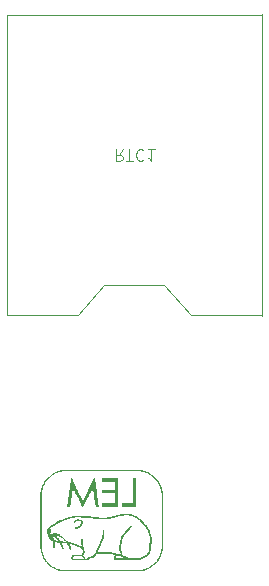
<source format=gbr>
%TF.GenerationSoftware,KiCad,Pcbnew,7.0.5-0*%
%TF.CreationDate,2023-07-06T10:59:35-04:00*%
%TF.ProjectId,Lemmingometre_v2,4c656d6d-696e-4676-9f6d-657472655f76,rev?*%
%TF.SameCoordinates,Original*%
%TF.FileFunction,Legend,Bot*%
%TF.FilePolarity,Positive*%
%FSLAX46Y46*%
G04 Gerber Fmt 4.6, Leading zero omitted, Abs format (unit mm)*
G04 Created by KiCad (PCBNEW 7.0.5-0) date 2023-07-06 10:59:35*
%MOMM*%
%LPD*%
G01*
G04 APERTURE LIST*
%ADD10C,0.100000*%
G04 APERTURE END LIST*
D10*
%TO.C,RTC1*%
X160602380Y-71767580D02*
X160269047Y-72243771D01*
X160030952Y-71767580D02*
X160030952Y-72767580D01*
X160030952Y-72767580D02*
X160411904Y-72767580D01*
X160411904Y-72767580D02*
X160507142Y-72719961D01*
X160507142Y-72719961D02*
X160554761Y-72672342D01*
X160554761Y-72672342D02*
X160602380Y-72577104D01*
X160602380Y-72577104D02*
X160602380Y-72434247D01*
X160602380Y-72434247D02*
X160554761Y-72339009D01*
X160554761Y-72339009D02*
X160507142Y-72291390D01*
X160507142Y-72291390D02*
X160411904Y-72243771D01*
X160411904Y-72243771D02*
X160030952Y-72243771D01*
X160888095Y-72767580D02*
X161459523Y-72767580D01*
X161173809Y-71767580D02*
X161173809Y-72767580D01*
X162364285Y-71862819D02*
X162316666Y-71815200D01*
X162316666Y-71815200D02*
X162173809Y-71767580D01*
X162173809Y-71767580D02*
X162078571Y-71767580D01*
X162078571Y-71767580D02*
X161935714Y-71815200D01*
X161935714Y-71815200D02*
X161840476Y-71910438D01*
X161840476Y-71910438D02*
X161792857Y-72005676D01*
X161792857Y-72005676D02*
X161745238Y-72196152D01*
X161745238Y-72196152D02*
X161745238Y-72339009D01*
X161745238Y-72339009D02*
X161792857Y-72529485D01*
X161792857Y-72529485D02*
X161840476Y-72624723D01*
X161840476Y-72624723D02*
X161935714Y-72719961D01*
X161935714Y-72719961D02*
X162078571Y-72767580D01*
X162078571Y-72767580D02*
X162173809Y-72767580D01*
X162173809Y-72767580D02*
X162316666Y-72719961D01*
X162316666Y-72719961D02*
X162364285Y-72672342D01*
X163316666Y-71767580D02*
X162745238Y-71767580D01*
X163030952Y-71767580D02*
X163030952Y-72767580D01*
X163030952Y-72767580D02*
X162935714Y-72624723D01*
X162935714Y-72624723D02*
X162840476Y-72529485D01*
X162840476Y-72529485D02*
X162745238Y-72481866D01*
%TO.C,G\u002A\u002A\u002A*%
G36*
X161737331Y-100835282D02*
G01*
X161737331Y-102030800D01*
X161144862Y-102030800D01*
X160552393Y-102030800D01*
X160552393Y-101895378D01*
X160552393Y-101759957D01*
X161003093Y-101759957D01*
X161453792Y-101759957D01*
X161453792Y-100699860D01*
X161453792Y-99639764D01*
X161595562Y-99639764D01*
X161737331Y-99639764D01*
X161737331Y-100835282D01*
G37*
G36*
X160226535Y-100835294D02*
G01*
X160226535Y-102030825D01*
X159535673Y-102029755D01*
X158844812Y-102028684D01*
X158844812Y-101891146D01*
X158844812Y-101753609D01*
X159393904Y-101752535D01*
X159942996Y-101751461D01*
X159942996Y-101313473D01*
X159942996Y-100875485D01*
X159392846Y-100875485D01*
X158842696Y-100875485D01*
X158842696Y-100740064D01*
X158842696Y-100604642D01*
X159392846Y-100604642D01*
X159942996Y-100604642D01*
X159942996Y-100261856D01*
X159942996Y-99919071D01*
X159388614Y-99919071D01*
X158834232Y-99919071D01*
X158834232Y-99779417D01*
X158834232Y-99639764D01*
X159530384Y-99639764D01*
X160226535Y-99639764D01*
X160226535Y-100835294D01*
G37*
G36*
X156883511Y-103099228D02*
G01*
X156940214Y-103105867D01*
X157001480Y-103116744D01*
X157025678Y-103122554D01*
X157070437Y-103138274D01*
X157110416Y-103159145D01*
X157144953Y-103184635D01*
X157173387Y-103214215D01*
X157195057Y-103247354D01*
X157209300Y-103283520D01*
X157212051Y-103294688D01*
X157217740Y-103335587D01*
X157218037Y-103380139D01*
X157213017Y-103426195D01*
X157202755Y-103471604D01*
X157202343Y-103473014D01*
X157191298Y-103504967D01*
X157176298Y-103540604D01*
X157158663Y-103577177D01*
X157139714Y-103611939D01*
X157120773Y-103642141D01*
X157092752Y-103680568D01*
X157046692Y-103733948D01*
X156996826Y-103780346D01*
X156942426Y-103820410D01*
X156882765Y-103854791D01*
X156858175Y-103866762D01*
X156823891Y-103881167D01*
X156789794Y-103892300D01*
X156752126Y-103901502D01*
X156751867Y-103901557D01*
X156727685Y-103905565D01*
X156700423Y-103908251D01*
X156671988Y-103909611D01*
X156644285Y-103909644D01*
X156619221Y-103908346D01*
X156598701Y-103905716D01*
X156584633Y-103901748D01*
X156571714Y-103894245D01*
X156555631Y-103878044D01*
X156545789Y-103858241D01*
X156542603Y-103836502D01*
X156546484Y-103814488D01*
X156557846Y-103793864D01*
X156560590Y-103790516D01*
X156569628Y-103781863D01*
X156580340Y-103775989D01*
X156594414Y-103772401D01*
X156613537Y-103770608D01*
X156639398Y-103770120D01*
X156654522Y-103769914D01*
X156708206Y-103765303D01*
X156757845Y-103754284D01*
X156805095Y-103736398D01*
X156851613Y-103711184D01*
X156858385Y-103706886D01*
X156900846Y-103675734D01*
X156940447Y-103639573D01*
X156976449Y-103599496D01*
X157008111Y-103556598D01*
X157034695Y-103511973D01*
X157055459Y-103466713D01*
X157069664Y-103421913D01*
X157076570Y-103378667D01*
X157077123Y-103368013D01*
X157075872Y-103339887D01*
X157069829Y-103316496D01*
X157058396Y-103297247D01*
X157040975Y-103281546D01*
X157016967Y-103268796D01*
X156985773Y-103258405D01*
X156946795Y-103249778D01*
X156935367Y-103247729D01*
X156888603Y-103240893D01*
X156847603Y-103237902D01*
X156810866Y-103238861D01*
X156776887Y-103243878D01*
X156744162Y-103253059D01*
X156711190Y-103266512D01*
X156698937Y-103272366D01*
X156675342Y-103284931D01*
X156653678Y-103298738D01*
X156631419Y-103315475D01*
X156606042Y-103336831D01*
X156590938Y-103349607D01*
X156575601Y-103360992D01*
X156562749Y-103367925D01*
X156550527Y-103371360D01*
X156537081Y-103372250D01*
X156533692Y-103372133D01*
X156512861Y-103366944D01*
X156494587Y-103355249D01*
X156480346Y-103338691D01*
X156471615Y-103318910D01*
X156469871Y-103297548D01*
X156470538Y-103292633D01*
X156475520Y-103276038D01*
X156485302Y-103259530D01*
X156500797Y-103241801D01*
X156522920Y-103221539D01*
X156533213Y-103212925D01*
X156586114Y-103173927D01*
X156640192Y-103142945D01*
X156696172Y-103119610D01*
X156754780Y-103103552D01*
X156786605Y-103098815D01*
X156832073Y-103096865D01*
X156883511Y-103099228D01*
G37*
G36*
X156305658Y-99640071D02*
G01*
X156770805Y-100585752D01*
X156784709Y-100614018D01*
X156825837Y-100697598D01*
X156865944Y-100779060D01*
X156904871Y-100858082D01*
X156942458Y-100934341D01*
X156978545Y-101007516D01*
X157012974Y-101077283D01*
X157045585Y-101143322D01*
X157076219Y-101205308D01*
X157104715Y-101262921D01*
X157130914Y-101315838D01*
X157154658Y-101363736D01*
X157175786Y-101406293D01*
X157194139Y-101443188D01*
X157209558Y-101474096D01*
X157221883Y-101498698D01*
X157230955Y-101516669D01*
X157236614Y-101527688D01*
X157238700Y-101531433D01*
X157238998Y-101531001D01*
X157242331Y-101524767D01*
X157249205Y-101511379D01*
X157259458Y-101491158D01*
X157272932Y-101464425D01*
X157289465Y-101431504D01*
X157308896Y-101392714D01*
X157331066Y-101348379D01*
X157355814Y-101298819D01*
X157382980Y-101244356D01*
X157412403Y-101185313D01*
X157443923Y-101122010D01*
X157477379Y-101054770D01*
X157512611Y-100983914D01*
X157549459Y-100909764D01*
X157587762Y-100832641D01*
X157627360Y-100752868D01*
X157668092Y-100670766D01*
X157709798Y-100586656D01*
X158178146Y-99641880D01*
X158212887Y-99641880D01*
X158247628Y-99641880D01*
X158415886Y-100824702D01*
X158422989Y-100874640D01*
X158436935Y-100972749D01*
X158450545Y-101068567D01*
X158463772Y-101161757D01*
X158476568Y-101251979D01*
X158488886Y-101338895D01*
X158500676Y-101422167D01*
X158511893Y-101501458D01*
X158522488Y-101576428D01*
X158532413Y-101646739D01*
X158541621Y-101712054D01*
X158550064Y-101772034D01*
X158557695Y-101826340D01*
X158564465Y-101874635D01*
X158570327Y-101916580D01*
X158575233Y-101951837D01*
X158579136Y-101980068D01*
X158581988Y-102000935D01*
X158583741Y-102014099D01*
X158584347Y-102019222D01*
X158584549Y-102030919D01*
X158450185Y-102029801D01*
X158315822Y-102028684D01*
X158205627Y-101215285D01*
X158203652Y-101200706D01*
X158192582Y-101119091D01*
X158181806Y-101039794D01*
X158171381Y-100963220D01*
X158161363Y-100889772D01*
X158151806Y-100819855D01*
X158142768Y-100753875D01*
X158134303Y-100692236D01*
X158126468Y-100635343D01*
X158119318Y-100583599D01*
X158112909Y-100537411D01*
X158107297Y-100497183D01*
X158102538Y-100463318D01*
X158098688Y-100436223D01*
X158095802Y-100416302D01*
X158093936Y-100403959D01*
X158093146Y-100399599D01*
X158093132Y-100399597D01*
X158090899Y-100403441D01*
X158085091Y-100414510D01*
X158075882Y-100432460D01*
X158063443Y-100456944D01*
X158047947Y-100487619D01*
X158029567Y-100524139D01*
X158008475Y-100566160D01*
X157984844Y-100613336D01*
X157958846Y-100665323D01*
X157930654Y-100721775D01*
X157900440Y-100782348D01*
X157868377Y-100846696D01*
X157834637Y-100914475D01*
X157799393Y-100985339D01*
X157762818Y-101058945D01*
X157725083Y-101134946D01*
X157686361Y-101212998D01*
X157281864Y-102028684D01*
X157238689Y-102028684D01*
X157195514Y-102028684D01*
X156795021Y-101217614D01*
X156757027Y-101140681D01*
X156719551Y-101064822D01*
X156683241Y-100991348D01*
X156648268Y-100920606D01*
X156614806Y-100852942D01*
X156583025Y-100788704D01*
X156553097Y-100728238D01*
X156525195Y-100671892D01*
X156499491Y-100620012D01*
X156476156Y-100572947D01*
X156455362Y-100531042D01*
X156437282Y-100494645D01*
X156422087Y-100464103D01*
X156409949Y-100439763D01*
X156401041Y-100421972D01*
X156395534Y-100411077D01*
X156393599Y-100407425D01*
X156393018Y-100411129D01*
X156391354Y-100422745D01*
X156388680Y-100441792D01*
X156385062Y-100467777D01*
X156380569Y-100500205D01*
X156375267Y-100538585D01*
X156369224Y-100582421D01*
X156362508Y-100631222D01*
X156355185Y-100684493D01*
X156347324Y-100741741D01*
X156338992Y-100802473D01*
X156330255Y-100866196D01*
X156321183Y-100932416D01*
X156311841Y-101000640D01*
X156302298Y-101070375D01*
X156292620Y-101141127D01*
X156282876Y-101212403D01*
X156273133Y-101283710D01*
X156263457Y-101354554D01*
X156253918Y-101424442D01*
X156244581Y-101492880D01*
X156235514Y-101559376D01*
X156226786Y-101623436D01*
X156218463Y-101684566D01*
X156210612Y-101742273D01*
X156203302Y-101796065D01*
X156196599Y-101845447D01*
X156190571Y-101889926D01*
X156185285Y-101929009D01*
X156180809Y-101962203D01*
X156177211Y-101989014D01*
X156174557Y-102008949D01*
X156172915Y-102021515D01*
X156172353Y-102026217D01*
X156172130Y-102026609D01*
X156167087Y-102027933D01*
X156155166Y-102028993D01*
X156136049Y-102029799D01*
X156109421Y-102030362D01*
X156074964Y-102030692D01*
X156032363Y-102030800D01*
X155892374Y-102030800D01*
X155894808Y-102019162D01*
X155894824Y-102019082D01*
X155895667Y-102013569D01*
X155897644Y-102000136D01*
X155900696Y-101979191D01*
X155904765Y-101951142D01*
X155909792Y-101916395D01*
X155915719Y-101875359D01*
X155922488Y-101828441D01*
X155930039Y-101776048D01*
X155938315Y-101718587D01*
X155947256Y-101656466D01*
X155956805Y-101590093D01*
X155966903Y-101519875D01*
X155977492Y-101446219D01*
X155988513Y-101369532D01*
X155999908Y-101290223D01*
X156011617Y-101208698D01*
X156023584Y-101125366D01*
X156035749Y-101040633D01*
X156048054Y-100954906D01*
X156060440Y-100868594D01*
X156072849Y-100782104D01*
X156085223Y-100695842D01*
X156097503Y-100610218D01*
X156109630Y-100525637D01*
X156121546Y-100442508D01*
X156133194Y-100361237D01*
X156144513Y-100282233D01*
X156155446Y-100205903D01*
X156165935Y-100132654D01*
X156175920Y-100062893D01*
X156185343Y-99997028D01*
X156194147Y-99935467D01*
X156202272Y-99878616D01*
X156209660Y-99826884D01*
X156216253Y-99780677D01*
X156221992Y-99740404D01*
X156226818Y-99706471D01*
X156230674Y-99679286D01*
X156233500Y-99659256D01*
X156235239Y-99646790D01*
X156235832Y-99642293D01*
X156236301Y-99641882D01*
X156242616Y-99640829D01*
X156254754Y-99640130D01*
X156270745Y-99639917D01*
X156305658Y-99640071D01*
G37*
G36*
X164014820Y-103280483D02*
G01*
X164014802Y-103402724D01*
X164014765Y-103524480D01*
X164014710Y-103645445D01*
X164014637Y-103765311D01*
X164014545Y-103883773D01*
X164014436Y-104000523D01*
X164014308Y-104115254D01*
X164014161Y-104227661D01*
X164013997Y-104337435D01*
X164013814Y-104444272D01*
X164013612Y-104547862D01*
X164013393Y-104647901D01*
X164013155Y-104744081D01*
X164012898Y-104836096D01*
X164012624Y-104923639D01*
X164012331Y-105006402D01*
X164012019Y-105084080D01*
X164011690Y-105156366D01*
X164011342Y-105222953D01*
X164010975Y-105283533D01*
X164010591Y-105337802D01*
X164010188Y-105385451D01*
X164009766Y-105426174D01*
X164009326Y-105459664D01*
X164008868Y-105485615D01*
X164008392Y-105503720D01*
X164007897Y-105513672D01*
X164003646Y-105557860D01*
X163985871Y-105690816D01*
X163960850Y-105819911D01*
X163928390Y-105945830D01*
X163888299Y-106069260D01*
X163840385Y-106190885D01*
X163784457Y-106311390D01*
X163768038Y-106343597D01*
X163742809Y-106390360D01*
X163715905Y-106436835D01*
X163686025Y-106485241D01*
X163651872Y-106537798D01*
X163593663Y-106621308D01*
X163510853Y-106727448D01*
X163422266Y-106827663D01*
X163328216Y-106921781D01*
X163229015Y-107009628D01*
X163124978Y-107091030D01*
X163016418Y-107165815D01*
X162903648Y-107233810D01*
X162786982Y-107294841D01*
X162666734Y-107348736D01*
X162543216Y-107395320D01*
X162416743Y-107434421D01*
X162287628Y-107465866D01*
X162156184Y-107489481D01*
X162022725Y-107505093D01*
X161887565Y-107512529D01*
X161886619Y-107512544D01*
X161877762Y-107512602D01*
X161860713Y-107512658D01*
X161835686Y-107512711D01*
X161802895Y-107512763D01*
X161762554Y-107512811D01*
X161714879Y-107512858D01*
X161660084Y-107512902D01*
X161598383Y-107512944D01*
X161529990Y-107512983D01*
X161455121Y-107513020D01*
X161373989Y-107513054D01*
X161286809Y-107513086D01*
X161193796Y-107513115D01*
X161095164Y-107513142D01*
X160991127Y-107513165D01*
X160881900Y-107513186D01*
X160767697Y-107513204D01*
X160648733Y-107513220D01*
X160525223Y-107513232D01*
X160397380Y-107513241D01*
X160265420Y-107513248D01*
X160129556Y-107513251D01*
X159990004Y-107513252D01*
X159846977Y-107513249D01*
X159700690Y-107513243D01*
X159551358Y-107513234D01*
X159399194Y-107513222D01*
X159244415Y-107513207D01*
X159087233Y-107513188D01*
X158927864Y-107513166D01*
X158766522Y-107513140D01*
X158640707Y-107513120D01*
X158451841Y-107513090D01*
X158271132Y-107513063D01*
X158098392Y-107513037D01*
X157933433Y-107513012D01*
X157776069Y-107512985D01*
X157626113Y-107512956D01*
X157483377Y-107512924D01*
X157347674Y-107512888D01*
X157218817Y-107512847D01*
X157096619Y-107512799D01*
X156980892Y-107512744D01*
X156871450Y-107512680D01*
X156768105Y-107512607D01*
X156670669Y-107512523D01*
X156578956Y-107512428D01*
X156492779Y-107512319D01*
X156411950Y-107512197D01*
X156336282Y-107512060D01*
X156265588Y-107511906D01*
X156199680Y-107511736D01*
X156138372Y-107511547D01*
X156081476Y-107511339D01*
X156028806Y-107511111D01*
X155980173Y-107510861D01*
X155935391Y-107510588D01*
X155894272Y-107510292D01*
X155856630Y-107509972D01*
X155822277Y-107509625D01*
X155791025Y-107509252D01*
X155762689Y-107508851D01*
X155737079Y-107508421D01*
X155714010Y-107507961D01*
X155693294Y-107507469D01*
X155674744Y-107506945D01*
X155658173Y-107506389D01*
X155643393Y-107505797D01*
X155630217Y-107505170D01*
X155618459Y-107504507D01*
X155607930Y-107503806D01*
X155598444Y-107503066D01*
X155589813Y-107502287D01*
X155581851Y-107501467D01*
X155574370Y-107500604D01*
X155567182Y-107499699D01*
X155560101Y-107498750D01*
X155552940Y-107497755D01*
X155545511Y-107496714D01*
X155537627Y-107495626D01*
X155529101Y-107494490D01*
X155490344Y-107489055D01*
X155363314Y-107465945D01*
X155235666Y-107434684D01*
X155108024Y-107395419D01*
X155034618Y-107368924D01*
X154915263Y-107318976D01*
X154798066Y-107261424D01*
X154683985Y-107196789D01*
X154573979Y-107125590D01*
X154469004Y-107048348D01*
X154439894Y-107025014D01*
X154367435Y-106962762D01*
X154295290Y-106895142D01*
X154225407Y-106824104D01*
X154159735Y-106751596D01*
X154100223Y-106679567D01*
X154039444Y-106598248D01*
X153964632Y-106486018D01*
X153897060Y-106369759D01*
X153836888Y-106249852D01*
X153784274Y-106126677D01*
X153739378Y-106000613D01*
X153702357Y-105872041D01*
X153673371Y-105741340D01*
X153652578Y-105608891D01*
X153652322Y-105606843D01*
X153651074Y-105596951D01*
X153649888Y-105587537D01*
X153648763Y-105578375D01*
X153647698Y-105569243D01*
X153646690Y-105559916D01*
X153645739Y-105550172D01*
X153644842Y-105539787D01*
X153643998Y-105528537D01*
X153643205Y-105516199D01*
X153642462Y-105502550D01*
X153641767Y-105487365D01*
X153641119Y-105470422D01*
X153640516Y-105451496D01*
X153639955Y-105430365D01*
X153639437Y-105406805D01*
X153638958Y-105380592D01*
X153638518Y-105351502D01*
X153638115Y-105319313D01*
X153637747Y-105283801D01*
X153637413Y-105244743D01*
X153637111Y-105201914D01*
X153636839Y-105155091D01*
X153636596Y-105104051D01*
X153636380Y-105048570D01*
X153636190Y-104988425D01*
X153636024Y-104923393D01*
X153635880Y-104853249D01*
X153635757Y-104777770D01*
X153635653Y-104696734D01*
X153635567Y-104609915D01*
X153635496Y-104517091D01*
X153635440Y-104418038D01*
X153635397Y-104312533D01*
X153635364Y-104200353D01*
X153635342Y-104081272D01*
X153635327Y-103955070D01*
X153635318Y-103821520D01*
X153635315Y-103680401D01*
X153635314Y-103531489D01*
X153635315Y-103374560D01*
X153635315Y-103209390D01*
X153635315Y-103176556D01*
X153635315Y-103173595D01*
X153739105Y-103173595D01*
X153739107Y-103293697D01*
X153739121Y-103413576D01*
X153739147Y-103532916D01*
X153739183Y-103651399D01*
X153739232Y-103768709D01*
X153739292Y-103884528D01*
X153739363Y-103998540D01*
X153739446Y-104110428D01*
X153739540Y-104219874D01*
X153739646Y-104326562D01*
X153739764Y-104430175D01*
X153739893Y-104530396D01*
X153740033Y-104626907D01*
X153740185Y-104719392D01*
X153740348Y-104807534D01*
X153740523Y-104891015D01*
X153740710Y-104969520D01*
X153740908Y-105042730D01*
X153741117Y-105110330D01*
X153741338Y-105172001D01*
X153741571Y-105227428D01*
X153741815Y-105276292D01*
X153742070Y-105318277D01*
X153742337Y-105353067D01*
X153742616Y-105380343D01*
X153742906Y-105399790D01*
X153743208Y-105411090D01*
X153743670Y-105421434D01*
X153748500Y-105501527D01*
X153755462Y-105576192D01*
X153764882Y-105647964D01*
X153777087Y-105719381D01*
X153792404Y-105792979D01*
X153797646Y-105815688D01*
X153831843Y-105941880D01*
X153873881Y-106065198D01*
X153923551Y-106185320D01*
X153980645Y-106301922D01*
X154044952Y-106414682D01*
X154116264Y-106523278D01*
X154194371Y-106627387D01*
X154279065Y-106726687D01*
X154370135Y-106820855D01*
X154467373Y-106909569D01*
X154570570Y-106992506D01*
X154615090Y-107025072D01*
X154722106Y-107096031D01*
X154834013Y-107160506D01*
X154950022Y-107218122D01*
X155069343Y-107268504D01*
X155191187Y-107311276D01*
X155314763Y-107346063D01*
X155359221Y-107356646D01*
X155410547Y-107367686D01*
X155461309Y-107377155D01*
X155513765Y-107385436D01*
X155570170Y-107392912D01*
X155632783Y-107399964D01*
X155637400Y-107400407D01*
X155642809Y-107400837D01*
X155649137Y-107401248D01*
X155656568Y-107401641D01*
X155665288Y-107402017D01*
X155675478Y-107402375D01*
X155687324Y-107402716D01*
X155701010Y-107403041D01*
X155716719Y-107403349D01*
X155734635Y-107403642D01*
X155754943Y-107403920D01*
X155777827Y-107404184D01*
X155803470Y-107404433D01*
X155832056Y-107404668D01*
X155863771Y-107404890D01*
X155898796Y-107405099D01*
X155937318Y-107405295D01*
X155979519Y-107405480D01*
X156025583Y-107405652D01*
X156075695Y-107405814D01*
X156130039Y-107405965D01*
X156188798Y-107406105D01*
X156252158Y-107406236D01*
X156320300Y-107406357D01*
X156393411Y-107406470D01*
X156471673Y-107406574D01*
X156555270Y-107406669D01*
X156644388Y-107406757D01*
X156739209Y-107406838D01*
X156839917Y-107406912D01*
X156946698Y-107406980D01*
X157059734Y-107407042D01*
X157179210Y-107407098D01*
X157305310Y-107407149D01*
X157438217Y-107407196D01*
X157578117Y-107407239D01*
X157725192Y-107407278D01*
X157879626Y-107407313D01*
X158041605Y-107407346D01*
X158211311Y-107407377D01*
X158388930Y-107407405D01*
X158574644Y-107407432D01*
X158768637Y-107407458D01*
X158806226Y-107407463D01*
X158966963Y-107407482D01*
X159125676Y-107407497D01*
X159282152Y-107407509D01*
X159436176Y-107407518D01*
X159587532Y-107407523D01*
X159736007Y-107407526D01*
X159881385Y-107407525D01*
X160023453Y-107407522D01*
X160161994Y-107407515D01*
X160296795Y-107407506D01*
X160427641Y-107407494D01*
X160554317Y-107407479D01*
X160676608Y-107407461D01*
X160794300Y-107407440D01*
X160907179Y-107407417D01*
X161015028Y-107407392D01*
X161117634Y-107407363D01*
X161214782Y-107407333D01*
X161306257Y-107407300D01*
X161391845Y-107407264D01*
X161471330Y-107407226D01*
X161544499Y-107407186D01*
X161611136Y-107407143D01*
X161671027Y-107407099D01*
X161723957Y-107407052D01*
X161769711Y-107407003D01*
X161808075Y-107406952D01*
X161838834Y-107406899D01*
X161861773Y-107406845D01*
X161876677Y-107406788D01*
X161883333Y-107406729D01*
X161887487Y-107406622D01*
X161928417Y-107404973D01*
X161973386Y-107402268D01*
X162019270Y-107398744D01*
X162062942Y-107394637D01*
X162101277Y-107390186D01*
X162227218Y-107369890D01*
X162356699Y-107340832D01*
X162483129Y-107303888D01*
X162606445Y-107259084D01*
X162726582Y-107206449D01*
X162843476Y-107146012D01*
X162957065Y-107077800D01*
X163067284Y-107001841D01*
X163174069Y-106918163D01*
X163174618Y-106917705D01*
X163198983Y-106896555D01*
X163227423Y-106870551D01*
X163258459Y-106841152D01*
X163290610Y-106809820D01*
X163322396Y-106778016D01*
X163352338Y-106747200D01*
X163378955Y-106718834D01*
X163400768Y-106694379D01*
X163475755Y-106602400D01*
X163554398Y-106493884D01*
X163625255Y-106382062D01*
X163688311Y-106266966D01*
X163743552Y-106148629D01*
X163790966Y-106027082D01*
X163830539Y-105902357D01*
X163862257Y-105774487D01*
X163886107Y-105643504D01*
X163902074Y-105509440D01*
X163902129Y-105508766D01*
X163902627Y-105497948D01*
X163903105Y-105479007D01*
X163903565Y-105452250D01*
X163904007Y-105417984D01*
X163904430Y-105376516D01*
X163904835Y-105328153D01*
X163905221Y-105273203D01*
X163905589Y-105211973D01*
X163905939Y-105144769D01*
X163906270Y-105071899D01*
X163906582Y-104993671D01*
X163906876Y-104910390D01*
X163907151Y-104822366D01*
X163907408Y-104729903D01*
X163907647Y-104633310D01*
X163907867Y-104532894D01*
X163908069Y-104428962D01*
X163908252Y-104321822D01*
X163908416Y-104211779D01*
X163908563Y-104099142D01*
X163908690Y-103984217D01*
X163908800Y-103867313D01*
X163908890Y-103748735D01*
X163908963Y-103628791D01*
X163909017Y-103507788D01*
X163909052Y-103386034D01*
X163909069Y-103263835D01*
X163909068Y-103141498D01*
X163909048Y-103019332D01*
X163909009Y-102897642D01*
X163908953Y-102776736D01*
X163908877Y-102656922D01*
X163908784Y-102538506D01*
X163908672Y-102421795D01*
X163908541Y-102307097D01*
X163908392Y-102194719D01*
X163908225Y-102084968D01*
X163908039Y-101978151D01*
X163907834Y-101874575D01*
X163907612Y-101774548D01*
X163907370Y-101678376D01*
X163907111Y-101586367D01*
X163906833Y-101498827D01*
X163906536Y-101416065D01*
X163906221Y-101338387D01*
X163905888Y-101266100D01*
X163905536Y-101199511D01*
X163905166Y-101138928D01*
X163904777Y-101084658D01*
X163904370Y-101037007D01*
X163903944Y-100996284D01*
X163903500Y-100962795D01*
X163903038Y-100936847D01*
X163902557Y-100918748D01*
X163902058Y-100908804D01*
X163887609Y-100783844D01*
X163865823Y-100659297D01*
X163836765Y-100537957D01*
X163800171Y-100418863D01*
X163755779Y-100301053D01*
X163703324Y-100183566D01*
X163661647Y-100101761D01*
X163596496Y-99989564D01*
X163524364Y-99881731D01*
X163445603Y-99778612D01*
X163360563Y-99680559D01*
X163269598Y-99587923D01*
X163173057Y-99501058D01*
X163071293Y-99420313D01*
X162964658Y-99346041D01*
X162853504Y-99278594D01*
X162738181Y-99218323D01*
X162725087Y-99212058D01*
X162610507Y-99161628D01*
X162495283Y-99118901D01*
X162378426Y-99083609D01*
X162258948Y-99055482D01*
X162135860Y-99034251D01*
X162008174Y-99019648D01*
X162004926Y-99019448D01*
X161991957Y-99019037D01*
X161970906Y-99018638D01*
X161942030Y-99018253D01*
X161905589Y-99017881D01*
X161861840Y-99017522D01*
X161811043Y-99017175D01*
X161753455Y-99016842D01*
X161689336Y-99016522D01*
X161618943Y-99016215D01*
X161542535Y-99015921D01*
X161460372Y-99015640D01*
X161372710Y-99015372D01*
X161279809Y-99015117D01*
X161181928Y-99014875D01*
X161079324Y-99014647D01*
X160972256Y-99014431D01*
X160860983Y-99014228D01*
X160745764Y-99014038D01*
X160626856Y-99013861D01*
X160504519Y-99013698D01*
X160379010Y-99013547D01*
X160250589Y-99013409D01*
X160119513Y-99013284D01*
X159986042Y-99013173D01*
X159850433Y-99013074D01*
X159712946Y-99012988D01*
X159573839Y-99012915D01*
X159433370Y-99012856D01*
X159291798Y-99012809D01*
X159149381Y-99012775D01*
X159006378Y-99012754D01*
X158863048Y-99012746D01*
X158719648Y-99012751D01*
X158576438Y-99012769D01*
X158433675Y-99012800D01*
X158291619Y-99012844D01*
X158150528Y-99012901D01*
X158010660Y-99012970D01*
X157872274Y-99013053D01*
X157735628Y-99013149D01*
X157600982Y-99013257D01*
X157468592Y-99013379D01*
X157338719Y-99013513D01*
X157211620Y-99013661D01*
X157087554Y-99013821D01*
X156966779Y-99013994D01*
X156849555Y-99014180D01*
X156736139Y-99014379D01*
X156626789Y-99014591D01*
X156521766Y-99014816D01*
X156421326Y-99015054D01*
X156325728Y-99015305D01*
X156235232Y-99015568D01*
X156150095Y-99015845D01*
X156070576Y-99016134D01*
X155996934Y-99016436D01*
X155929426Y-99016751D01*
X155868312Y-99017079D01*
X155813850Y-99017420D01*
X155766299Y-99017774D01*
X155725916Y-99018140D01*
X155692961Y-99018520D01*
X155667692Y-99018912D01*
X155650368Y-99019317D01*
X155641247Y-99019735D01*
X155628194Y-99020893D01*
X155501641Y-99035989D01*
X155379379Y-99057869D01*
X155260342Y-99086823D01*
X155143463Y-99123143D01*
X155027675Y-99167122D01*
X154911911Y-99219049D01*
X154854588Y-99247720D01*
X154747707Y-99307195D01*
X154645992Y-99372209D01*
X154548435Y-99443474D01*
X154454027Y-99521703D01*
X154361760Y-99607608D01*
X154284625Y-99687106D01*
X154205551Y-99777837D01*
X154133185Y-99871688D01*
X154066696Y-99969819D01*
X154005249Y-100073392D01*
X153948010Y-100183566D01*
X153904866Y-100277837D01*
X153859493Y-100393243D01*
X153821733Y-100510174D01*
X153791405Y-100629358D01*
X153768328Y-100751521D01*
X153752323Y-100877390D01*
X153743208Y-101007691D01*
X153743084Y-101011255D01*
X153742788Y-101025884D01*
X153742502Y-101048532D01*
X153742228Y-101078882D01*
X153741966Y-101116617D01*
X153741715Y-101161420D01*
X153741476Y-101212973D01*
X153741248Y-101270961D01*
X153741031Y-101335065D01*
X153740826Y-101404969D01*
X153740633Y-101480357D01*
X153740451Y-101560910D01*
X153740281Y-101646313D01*
X153740122Y-101736248D01*
X153739975Y-101830397D01*
X153739839Y-101928445D01*
X153739715Y-102030074D01*
X153739602Y-102134968D01*
X153739501Y-102242808D01*
X153739411Y-102353279D01*
X153739333Y-102466063D01*
X153739266Y-102580843D01*
X153739211Y-102697303D01*
X153739167Y-102815125D01*
X153739135Y-102933992D01*
X153739114Y-103053588D01*
X153739105Y-103173595D01*
X153635315Y-103173595D01*
X153635314Y-103013023D01*
X153635314Y-102857687D01*
X153635315Y-102710324D01*
X153635320Y-102570710D01*
X153635329Y-102438623D01*
X153635346Y-102313838D01*
X153635370Y-102196132D01*
X153635404Y-102085281D01*
X153635450Y-101981063D01*
X153635509Y-101883252D01*
X153635582Y-101791627D01*
X153635671Y-101705962D01*
X153635779Y-101626035D01*
X153635906Y-101551622D01*
X153636054Y-101482499D01*
X153636224Y-101418444D01*
X153636419Y-101359231D01*
X153636640Y-101304639D01*
X153636888Y-101254443D01*
X153637165Y-101208419D01*
X153637473Y-101166345D01*
X153637814Y-101127996D01*
X153638188Y-101093149D01*
X153638598Y-101061580D01*
X153639045Y-101033067D01*
X153639530Y-101007385D01*
X153640056Y-100984310D01*
X153640624Y-100963620D01*
X153641235Y-100945090D01*
X153641892Y-100928498D01*
X153642595Y-100913619D01*
X153643347Y-100900230D01*
X153644148Y-100888107D01*
X153645002Y-100877027D01*
X153645908Y-100866767D01*
X153646869Y-100857102D01*
X153647887Y-100847810D01*
X153648962Y-100838666D01*
X153650097Y-100829447D01*
X153651294Y-100819930D01*
X153652553Y-100809890D01*
X153666853Y-100714479D01*
X153689636Y-100601656D01*
X153718545Y-100488777D01*
X153753023Y-100378234D01*
X153754083Y-100375138D01*
X153801368Y-100250316D01*
X153856287Y-100128828D01*
X153918554Y-100011038D01*
X153987881Y-99897311D01*
X154063982Y-99788010D01*
X154146569Y-99683499D01*
X154235354Y-99584141D01*
X154330052Y-99490301D01*
X154430374Y-99402343D01*
X154536034Y-99320631D01*
X154646745Y-99245528D01*
X154756744Y-99180091D01*
X154876690Y-99118025D01*
X154999403Y-99063927D01*
X155124976Y-99017766D01*
X155253502Y-98979510D01*
X155385074Y-98949130D01*
X155519786Y-98926595D01*
X155657731Y-98911873D01*
X155660081Y-98911748D01*
X155671716Y-98911455D01*
X155691767Y-98911172D01*
X155720199Y-98910900D01*
X155756977Y-98910639D01*
X155802067Y-98910388D01*
X155855435Y-98910149D01*
X155917046Y-98909920D01*
X155986867Y-98909702D01*
X156064862Y-98909495D01*
X156150997Y-98909299D01*
X156245237Y-98909114D01*
X156347550Y-98908941D01*
X156457899Y-98908778D01*
X156576252Y-98908626D01*
X156702572Y-98908486D01*
X156836827Y-98908357D01*
X156978981Y-98908239D01*
X157129001Y-98908133D01*
X157286851Y-98908038D01*
X157452498Y-98907955D01*
X157625907Y-98907883D01*
X157807044Y-98907822D01*
X157995874Y-98907773D01*
X158192363Y-98907736D01*
X158396477Y-98907711D01*
X158608181Y-98907697D01*
X158827441Y-98907695D01*
X158943620Y-98907696D01*
X159135065Y-98907698D01*
X159318341Y-98907699D01*
X159493633Y-98907701D01*
X159661126Y-98907704D01*
X159821005Y-98907709D01*
X159973456Y-98907718D01*
X160118665Y-98907732D01*
X160256817Y-98907752D01*
X160388097Y-98907778D01*
X160512690Y-98907812D01*
X160630783Y-98907855D01*
X160742560Y-98907907D01*
X160848207Y-98907971D01*
X160947909Y-98908047D01*
X161041852Y-98908135D01*
X161130221Y-98908238D01*
X161213202Y-98908356D01*
X161290980Y-98908490D01*
X161363740Y-98908641D01*
X161431668Y-98908811D01*
X161494949Y-98909000D01*
X161553768Y-98909209D01*
X161608312Y-98909439D01*
X161658766Y-98909693D01*
X161705314Y-98909969D01*
X161748142Y-98910270D01*
X161787437Y-98910597D01*
X161823382Y-98910951D01*
X161856164Y-98911332D01*
X161885968Y-98911742D01*
X161912979Y-98912182D01*
X161937383Y-98912652D01*
X161959365Y-98913155D01*
X161979111Y-98913690D01*
X161996806Y-98914260D01*
X162012635Y-98914864D01*
X162026784Y-98915505D01*
X162039439Y-98916183D01*
X162050784Y-98916898D01*
X162061005Y-98917654D01*
X162070288Y-98918449D01*
X162078818Y-98919286D01*
X162086780Y-98920165D01*
X162094360Y-98921088D01*
X162101743Y-98922055D01*
X162109115Y-98923068D01*
X162116661Y-98924127D01*
X162124566Y-98925234D01*
X162133016Y-98926390D01*
X162147438Y-98928378D01*
X162278785Y-98951171D01*
X162407956Y-98981996D01*
X162534611Y-99020637D01*
X162658413Y-99066880D01*
X162779024Y-99120510D01*
X162896105Y-99181312D01*
X163009319Y-99249070D01*
X163118327Y-99323570D01*
X163222791Y-99404598D01*
X163322373Y-99491937D01*
X163416734Y-99585374D01*
X163505537Y-99684693D01*
X163588443Y-99789679D01*
X163665114Y-99900117D01*
X163732925Y-100011447D01*
X163795507Y-100129631D01*
X163850226Y-100250704D01*
X163897139Y-100374828D01*
X163936301Y-100502167D01*
X163967767Y-100632885D01*
X163991594Y-100767144D01*
X164007838Y-100905108D01*
X164007926Y-100906225D01*
X164008418Y-100917510D01*
X164008891Y-100936897D01*
X164009347Y-100964082D01*
X164009785Y-100998756D01*
X164010204Y-101040614D01*
X164010605Y-101089348D01*
X164010988Y-101144653D01*
X164011353Y-101206220D01*
X164011699Y-101273744D01*
X164012028Y-101346918D01*
X164012338Y-101425435D01*
X164012630Y-101508988D01*
X164012903Y-101597270D01*
X164013159Y-101689976D01*
X164013396Y-101786797D01*
X164013615Y-101887428D01*
X164013816Y-101991562D01*
X164013998Y-102098891D01*
X164014163Y-102209110D01*
X164014309Y-102321911D01*
X164014436Y-102436988D01*
X164014546Y-102554034D01*
X164014637Y-102672742D01*
X164014710Y-102792806D01*
X164014765Y-102913919D01*
X164014802Y-103035774D01*
X164014820Y-103158064D01*
X164014820Y-103263835D01*
X164014820Y-103280483D01*
G37*
G36*
X163100564Y-105063193D02*
G01*
X163098636Y-105085174D01*
X163094032Y-105124612D01*
X163088557Y-105156881D01*
X163082291Y-105181559D01*
X163075313Y-105198220D01*
X163068146Y-105207232D01*
X163053959Y-105218505D01*
X163037715Y-105226795D01*
X163022778Y-105230064D01*
X163011140Y-105230133D01*
X163011133Y-105269279D01*
X163010839Y-105290790D01*
X163009549Y-105326446D01*
X163007361Y-105367395D01*
X163004417Y-105411840D01*
X163000857Y-105457987D01*
X162996823Y-105504042D01*
X162992456Y-105548209D01*
X162987896Y-105588694D01*
X162983284Y-105623702D01*
X162976070Y-105669312D01*
X162959374Y-105752382D01*
X162939096Y-105828142D01*
X162915144Y-105896869D01*
X162887428Y-105958843D01*
X162855857Y-106014341D01*
X162826797Y-106056830D01*
X162793412Y-106099037D01*
X162756783Y-106138623D01*
X162715913Y-106176509D01*
X162669804Y-106213613D01*
X162617460Y-106250856D01*
X162557884Y-106289156D01*
X162522788Y-106310386D01*
X162425417Y-106364979D01*
X162329761Y-106412014D01*
X162234978Y-106451792D01*
X162140227Y-106484617D01*
X162044668Y-106510790D01*
X161947458Y-106530615D01*
X161847756Y-106544393D01*
X161832345Y-106545846D01*
X161796596Y-106548196D01*
X161755619Y-106549834D01*
X161711545Y-106550743D01*
X161666505Y-106550908D01*
X161622629Y-106550310D01*
X161582049Y-106548934D01*
X161546895Y-106546762D01*
X161538601Y-106546326D01*
X161521234Y-106545801D01*
X161496035Y-106545271D01*
X161463346Y-106544739D01*
X161423511Y-106544207D01*
X161376873Y-106543680D01*
X161323774Y-106543159D01*
X161264557Y-106542648D01*
X161199565Y-106542149D01*
X161129142Y-106541667D01*
X161053630Y-106541202D01*
X160973371Y-106540759D01*
X160888710Y-106540341D01*
X160799989Y-106539949D01*
X160707550Y-106539588D01*
X159921104Y-106536706D01*
X159903588Y-106527444D01*
X159896212Y-106523080D01*
X159884525Y-106512944D01*
X159875957Y-106499569D01*
X159869999Y-106481668D01*
X159866141Y-106457950D01*
X159863872Y-106427127D01*
X159863217Y-106399483D01*
X159864033Y-106385541D01*
X160002865Y-106385541D01*
X160004298Y-106393814D01*
X160004817Y-106394063D01*
X160011826Y-106394843D01*
X160026984Y-106395539D01*
X160050325Y-106396151D01*
X160081884Y-106396680D01*
X160121697Y-106397126D01*
X160169798Y-106397489D01*
X160226223Y-106397771D01*
X160291005Y-106397970D01*
X160364182Y-106398088D01*
X160445787Y-106398124D01*
X160884599Y-106398105D01*
X160833680Y-106373397D01*
X160782761Y-106348690D01*
X160723650Y-106346225D01*
X160685351Y-106343762D01*
X160647980Y-106338968D01*
X160616212Y-106331826D01*
X160588630Y-106322083D01*
X160565025Y-106309902D01*
X160540483Y-106293461D01*
X160516616Y-106274133D01*
X160494547Y-106253082D01*
X160475398Y-106231470D01*
X160460290Y-106210462D01*
X160450346Y-106191221D01*
X160446688Y-106174910D01*
X160446679Y-106174194D01*
X160446311Y-106170939D01*
X160444542Y-106168605D01*
X160440195Y-106167039D01*
X160432093Y-106166087D01*
X160419058Y-106165597D01*
X160399914Y-106165415D01*
X160373483Y-106165388D01*
X160358368Y-106165474D01*
X160330663Y-106166016D01*
X160304175Y-106166974D01*
X160281319Y-106168251D01*
X160264511Y-106169751D01*
X160255127Y-106170958D01*
X160199135Y-106181234D01*
X160150155Y-106195917D01*
X160108249Y-106214971D01*
X160073482Y-106238363D01*
X160045916Y-106266059D01*
X160025614Y-106298025D01*
X160025548Y-106298160D01*
X160018565Y-106314883D01*
X160012346Y-106334049D01*
X160007349Y-106353592D01*
X160004036Y-106371445D01*
X160002865Y-106385541D01*
X159864033Y-106385541D01*
X159866512Y-106343217D01*
X159876368Y-106291980D01*
X159892894Y-106245421D01*
X159916201Y-106203192D01*
X159946399Y-106164941D01*
X159953400Y-106157270D01*
X159963501Y-106145721D01*
X159970128Y-106137479D01*
X159972106Y-106133962D01*
X159969037Y-106132713D01*
X159958887Y-106129062D01*
X159942711Y-106123418D01*
X159921601Y-106116157D01*
X159896646Y-106107658D01*
X159868937Y-106098297D01*
X159834961Y-106087094D01*
X159757627Y-106063589D01*
X159684348Y-106044399D01*
X159613142Y-106029079D01*
X159542028Y-106017182D01*
X159469021Y-106008263D01*
X159467988Y-106008159D01*
X159440073Y-106006060D01*
X159404726Y-106004495D01*
X159362923Y-106003461D01*
X159315635Y-106002960D01*
X159263837Y-106002990D01*
X159208503Y-106003552D01*
X159150606Y-106004645D01*
X159091119Y-106006268D01*
X159031017Y-106008421D01*
X158973176Y-106010361D01*
X158914147Y-106011602D01*
X158855724Y-106012135D01*
X158799213Y-106011973D01*
X158745921Y-106011128D01*
X158697151Y-106009611D01*
X158654210Y-106007436D01*
X158618404Y-106004614D01*
X158601887Y-106002927D01*
X158576818Y-106000207D01*
X158550845Y-105997237D01*
X158525523Y-105994208D01*
X158502404Y-105991313D01*
X158483041Y-105988741D01*
X158468989Y-105986685D01*
X158461799Y-105985335D01*
X158461347Y-105985360D01*
X158456109Y-105989329D01*
X158445898Y-105999745D01*
X158430679Y-106016651D01*
X158410417Y-106040086D01*
X158385078Y-106070090D01*
X158354625Y-106106704D01*
X158319024Y-106149969D01*
X158182622Y-106316436D01*
X158154004Y-106329618D01*
X158149966Y-106331371D01*
X158130614Y-106338242D01*
X158103597Y-106346125D01*
X158069470Y-106354868D01*
X158028789Y-106364317D01*
X158003861Y-106369959D01*
X157961096Y-106380292D01*
X157924001Y-106390465D01*
X157890795Y-106401195D01*
X157859700Y-106413198D01*
X157828933Y-106427192D01*
X157796715Y-106443893D01*
X157761265Y-106464017D01*
X157720803Y-106488281D01*
X157692026Y-106505709D01*
X157665620Y-106521321D01*
X157644272Y-106533378D01*
X157626905Y-106542437D01*
X157612444Y-106549058D01*
X157599811Y-106553799D01*
X157587931Y-106557218D01*
X157584470Y-106557814D01*
X157576676Y-106558544D01*
X157564921Y-106559204D01*
X157548860Y-106559797D01*
X157528146Y-106560326D01*
X157502433Y-106560795D01*
X157471374Y-106561206D01*
X157434624Y-106561564D01*
X157391834Y-106561871D01*
X157342659Y-106562130D01*
X157286753Y-106562345D01*
X157223769Y-106562520D01*
X157153361Y-106562656D01*
X157075181Y-106562758D01*
X156988885Y-106562829D01*
X156410998Y-106563189D01*
X156392183Y-106551238D01*
X156387475Y-106547948D01*
X156374396Y-106537186D01*
X156359302Y-106523205D01*
X156344599Y-106508183D01*
X156338411Y-106501336D01*
X156308540Y-106462327D01*
X156287031Y-106422402D01*
X156273828Y-106381434D01*
X156268875Y-106339297D01*
X156269436Y-106328978D01*
X156410009Y-106328978D01*
X156412252Y-106354150D01*
X156422784Y-106379735D01*
X156441649Y-106406126D01*
X156456551Y-106423536D01*
X156838153Y-106422637D01*
X156898292Y-106422489D01*
X156965960Y-106422302D01*
X157025965Y-106422104D01*
X157078750Y-106421891D01*
X157124761Y-106421655D01*
X157164440Y-106421390D01*
X157198233Y-106421089D01*
X157226583Y-106420746D01*
X157249934Y-106420354D01*
X157268731Y-106419907D01*
X157283418Y-106419398D01*
X157294438Y-106418820D01*
X157302236Y-106418168D01*
X157307257Y-106417434D01*
X157309943Y-106416613D01*
X157310740Y-106415697D01*
X157310289Y-106413085D01*
X157307879Y-106404003D01*
X157304084Y-106391506D01*
X157301022Y-106383266D01*
X157296672Y-106375326D01*
X157290081Y-106366861D01*
X157280174Y-106356659D01*
X157265876Y-106343510D01*
X157246110Y-106326201D01*
X157244751Y-106325022D01*
X157215012Y-106297928D01*
X157192627Y-106274724D01*
X157177650Y-106255464D01*
X157160507Y-106229161D01*
X157056825Y-106229015D01*
X157036069Y-106228917D01*
X157001714Y-106228568D01*
X156962104Y-106228001D01*
X156919088Y-106227248D01*
X156874516Y-106226344D01*
X156830236Y-106225321D01*
X156788098Y-106224211D01*
X156751557Y-106223293D01*
X156711133Y-106222514D01*
X156671731Y-106221984D01*
X156634837Y-106221712D01*
X156601940Y-106221710D01*
X156574526Y-106221987D01*
X156554083Y-106222554D01*
X156485113Y-106225554D01*
X156464108Y-106242158D01*
X156454641Y-106250531D01*
X156439815Y-106266275D01*
X156427612Y-106282092D01*
X156416011Y-106303826D01*
X156410009Y-106328978D01*
X156269436Y-106328978D01*
X156270884Y-106302350D01*
X156279808Y-106263672D01*
X156296117Y-106226709D01*
X156320161Y-106190680D01*
X156352294Y-106154809D01*
X156367963Y-106139912D01*
X156385662Y-106124375D01*
X156401893Y-106111345D01*
X156414482Y-106102644D01*
X156415767Y-106101887D01*
X156425476Y-106096485D01*
X156434379Y-106092603D01*
X156444327Y-106089835D01*
X156457171Y-106087778D01*
X156474762Y-106086026D01*
X156498951Y-106084174D01*
X156512017Y-106083394D01*
X156537063Y-106082486D01*
X156568496Y-106081920D01*
X156606577Y-106081700D01*
X156651562Y-106081826D01*
X156703711Y-106082301D01*
X156763282Y-106083127D01*
X156830534Y-106084305D01*
X156905725Y-106085837D01*
X156989114Y-106087726D01*
X157019683Y-106088331D01*
X157050097Y-106088701D01*
X157077600Y-106088804D01*
X157100804Y-106088643D01*
X157118322Y-106088219D01*
X157128767Y-106087535D01*
X157152043Y-106084597D01*
X157168325Y-106045644D01*
X157176917Y-106027246D01*
X157189103Y-106004260D01*
X157203008Y-105980202D01*
X157216992Y-105958024D01*
X157249377Y-105909357D01*
X157248775Y-105879734D01*
X157248153Y-105866015D01*
X157246385Y-105849523D01*
X157243214Y-105831385D01*
X157238344Y-105810338D01*
X157231478Y-105785121D01*
X157222319Y-105754471D01*
X157210572Y-105717126D01*
X157186798Y-105642746D01*
X157154609Y-105610644D01*
X157147869Y-105604043D01*
X157111138Y-105571564D01*
X157068536Y-105539269D01*
X157019705Y-105506957D01*
X156964288Y-105474426D01*
X156901927Y-105441476D01*
X156832265Y-105407906D01*
X156754943Y-105373514D01*
X156669604Y-105338099D01*
X156624093Y-105320138D01*
X156507584Y-105277530D01*
X156393712Y-105240970D01*
X156280727Y-105209919D01*
X156166878Y-105183842D01*
X156165073Y-105183468D01*
X156137347Y-105177726D01*
X156117027Y-105173759D01*
X156103252Y-105171748D01*
X156095163Y-105171873D01*
X156091900Y-105174314D01*
X156092603Y-105179252D01*
X156096412Y-105186866D01*
X156102468Y-105197336D01*
X156117882Y-105224904D01*
X156143052Y-105272896D01*
X156169000Y-105325569D01*
X156194759Y-105380832D01*
X156219363Y-105436593D01*
X156241847Y-105490759D01*
X156261245Y-105541241D01*
X156270326Y-105566385D01*
X156277610Y-105587797D01*
X156282293Y-105603972D01*
X156284631Y-105616296D01*
X156284877Y-105626155D01*
X156283285Y-105634933D01*
X156280111Y-105644018D01*
X156275861Y-105652964D01*
X156261374Y-105671427D01*
X156242528Y-105683819D01*
X156220841Y-105689344D01*
X156197833Y-105687205D01*
X156191161Y-105685149D01*
X156177494Y-105678494D01*
X156165898Y-105668314D01*
X156155454Y-105653412D01*
X156145242Y-105632592D01*
X156134342Y-105604659D01*
X156101814Y-105519959D01*
X156050626Y-105403560D01*
X155994139Y-105293122D01*
X155932595Y-105189146D01*
X155927793Y-105181665D01*
X155916089Y-105164348D01*
X155907153Y-105152993D01*
X155900044Y-105146499D01*
X155893819Y-105143764D01*
X155890353Y-105143234D01*
X155877731Y-105141900D01*
X155857907Y-105140185D01*
X155831699Y-105138148D01*
X155799926Y-105135844D01*
X155763406Y-105133331D01*
X155722958Y-105130666D01*
X155679400Y-105127907D01*
X155633552Y-105125109D01*
X155586232Y-105122331D01*
X155556432Y-105120583D01*
X155527513Y-105118819D01*
X155501973Y-105117194D01*
X155481079Y-105115791D01*
X155466099Y-105114691D01*
X155458301Y-105113978D01*
X155444633Y-105112199D01*
X155473885Y-105167993D01*
X155490049Y-105199544D01*
X155524902Y-105272315D01*
X155558402Y-105348504D01*
X155589147Y-105424845D01*
X155615734Y-105498072D01*
X155622407Y-105518816D01*
X155627706Y-105540413D01*
X155629027Y-105557356D01*
X155626236Y-105571308D01*
X155619197Y-105583931D01*
X155607779Y-105596888D01*
X155599224Y-105604403D01*
X155578856Y-105615449D01*
X155557665Y-105618954D01*
X155536905Y-105615262D01*
X155517830Y-105604719D01*
X155501696Y-105587668D01*
X155489757Y-105564455D01*
X155476043Y-105526679D01*
X155457693Y-105477459D01*
X155440609Y-105433567D01*
X155424091Y-105393358D01*
X155407436Y-105355189D01*
X155389941Y-105317415D01*
X155370904Y-105278394D01*
X155349623Y-105236481D01*
X155337604Y-105213431D01*
X155323314Y-105186630D01*
X155309525Y-105161358D01*
X155296909Y-105138815D01*
X155286141Y-105120202D01*
X155277892Y-105106718D01*
X155272836Y-105099564D01*
X155272691Y-105099484D01*
X155267197Y-105098288D01*
X155254802Y-105096136D01*
X155236797Y-105093237D01*
X155214474Y-105089800D01*
X155189128Y-105086034D01*
X155149946Y-105080029D01*
X155095298Y-105070763D01*
X155042246Y-105060778D01*
X154992501Y-105050419D01*
X154947773Y-105040027D01*
X154909773Y-105029946D01*
X154859639Y-105015508D01*
X154862312Y-105028661D01*
X154863601Y-105035147D01*
X154870354Y-105074443D01*
X154876080Y-105116955D01*
X154880768Y-105161717D01*
X154884406Y-105207763D01*
X154886983Y-105254126D01*
X154888487Y-105299838D01*
X154888908Y-105343934D01*
X154888234Y-105385447D01*
X154886455Y-105423410D01*
X154883557Y-105456856D01*
X154879532Y-105484818D01*
X154874366Y-105506330D01*
X154868049Y-105520425D01*
X154866367Y-105522787D01*
X154849193Y-105539486D01*
X154828237Y-105548997D01*
X154804720Y-105550734D01*
X154784832Y-105546347D01*
X154766821Y-105535589D01*
X154751088Y-105517515D01*
X154750361Y-105516457D01*
X154747000Y-105511174D01*
X154744655Y-105505817D01*
X154743224Y-105498989D01*
X154742604Y-105489294D01*
X154742692Y-105475334D01*
X154743385Y-105455713D01*
X154744582Y-105429034D01*
X154745974Y-105393293D01*
X154746922Y-105305993D01*
X154743973Y-105223669D01*
X154736978Y-105144424D01*
X154725789Y-105066356D01*
X154710259Y-104987567D01*
X154703023Y-104955043D01*
X154668892Y-104937287D01*
X154645013Y-104924385D01*
X154580523Y-104884028D01*
X154522265Y-104838687D01*
X154469899Y-104787967D01*
X154423086Y-104731472D01*
X154381485Y-104668810D01*
X154344758Y-104599585D01*
X154312565Y-104523402D01*
X154305518Y-104505008D01*
X154295226Y-104478756D01*
X154283468Y-104449232D01*
X154271206Y-104418852D01*
X154259404Y-104390033D01*
X154258230Y-104387178D01*
X154411660Y-104387178D01*
X154435272Y-104450000D01*
X154449103Y-104485519D01*
X154471913Y-104538316D01*
X154494802Y-104583937D01*
X154518150Y-104623174D01*
X154528320Y-104637495D01*
X154545594Y-104659081D01*
X154565792Y-104682265D01*
X154586973Y-104704912D01*
X154607194Y-104724888D01*
X154624513Y-104740057D01*
X154640467Y-104752693D01*
X154628104Y-104719512D01*
X154627921Y-104719021D01*
X154615910Y-104687705D01*
X154603158Y-104656379D01*
X154589009Y-104623556D01*
X154572805Y-104587748D01*
X154553889Y-104547470D01*
X154531603Y-104501234D01*
X154527706Y-104493221D01*
X154513761Y-104464395D01*
X154503084Y-104441894D01*
X154495281Y-104424704D01*
X154489958Y-104411811D01*
X154486720Y-104402202D01*
X154485173Y-104394862D01*
X154484921Y-104388778D01*
X154485571Y-104382935D01*
X154491566Y-104362035D01*
X154504430Y-104342647D01*
X154523399Y-104329034D01*
X154536710Y-104323818D01*
X154560153Y-104320709D01*
X154582095Y-104325649D01*
X154601699Y-104338538D01*
X154603531Y-104340641D01*
X154610046Y-104350527D01*
X154619291Y-104366531D01*
X154630713Y-104387554D01*
X154643756Y-104412496D01*
X154657864Y-104440256D01*
X154672483Y-104469735D01*
X154687058Y-104499831D01*
X154701033Y-104529446D01*
X154713854Y-104557479D01*
X154724965Y-104582831D01*
X154734081Y-104604718D01*
X154748069Y-104639800D01*
X154762518Y-104677531D01*
X154776665Y-104715829D01*
X154789744Y-104752610D01*
X154800988Y-104785791D01*
X154809634Y-104813289D01*
X154811106Y-104818108D01*
X154816582Y-104833835D01*
X154821816Y-104845997D01*
X154825848Y-104852286D01*
X154830901Y-104855148D01*
X154843553Y-104860421D01*
X154861778Y-104867049D01*
X154884113Y-104874558D01*
X154909095Y-104882474D01*
X154935262Y-104890324D01*
X154961151Y-104897633D01*
X154985299Y-104903928D01*
X154992059Y-104905578D01*
X155016908Y-104911351D01*
X155043483Y-104917155D01*
X155070357Y-104922718D01*
X155096107Y-104927765D01*
X155119305Y-104932023D01*
X155138528Y-104935219D01*
X155152350Y-104937078D01*
X155159346Y-104937328D01*
X155160185Y-104936778D01*
X155159220Y-104931337D01*
X155152995Y-104920126D01*
X155141434Y-104903035D01*
X155124461Y-104879957D01*
X155102002Y-104850783D01*
X155073979Y-104815405D01*
X155051798Y-104788010D01*
X155001749Y-104728512D01*
X154949517Y-104669664D01*
X154893879Y-104610141D01*
X154833613Y-104548620D01*
X154767493Y-104483777D01*
X154749689Y-104466512D01*
X154729325Y-104446498D01*
X154711427Y-104428616D01*
X154696910Y-104413792D01*
X154686691Y-104402952D01*
X154681686Y-104397023D01*
X154680420Y-104394904D01*
X154675462Y-104379372D01*
X154674221Y-104360329D01*
X154676648Y-104341227D01*
X154682693Y-104325521D01*
X154684559Y-104322625D01*
X154700497Y-104305999D01*
X154720456Y-104295682D01*
X154742547Y-104292338D01*
X154764880Y-104296632D01*
X154771337Y-104299862D01*
X154786178Y-104310052D01*
X154805576Y-104325720D01*
X154828946Y-104346265D01*
X154855701Y-104371085D01*
X154885253Y-104399581D01*
X154917018Y-104431151D01*
X154950408Y-104465195D01*
X154984838Y-104501112D01*
X155019720Y-104538301D01*
X155054468Y-104576162D01*
X155088496Y-104614093D01*
X155121218Y-104651494D01*
X155152046Y-104687764D01*
X155180395Y-104722303D01*
X155184113Y-104726950D01*
X155200460Y-104747806D01*
X155218702Y-104771638D01*
X155238136Y-104797476D01*
X155258061Y-104824349D01*
X155277774Y-104851286D01*
X155296572Y-104877315D01*
X155313753Y-104901467D01*
X155328615Y-104922770D01*
X155340455Y-104940253D01*
X155348571Y-104952944D01*
X155352260Y-104959875D01*
X155354981Y-104961392D01*
X155364667Y-104963679D01*
X155379611Y-104965980D01*
X155397997Y-104967973D01*
X155411772Y-104969127D01*
X155434710Y-104970875D01*
X155462250Y-104972837D01*
X155493390Y-104974951D01*
X155527125Y-104977158D01*
X155562452Y-104979398D01*
X155598367Y-104981611D01*
X155633866Y-104983738D01*
X155667946Y-104985717D01*
X155699603Y-104987490D01*
X155727833Y-104988996D01*
X155751633Y-104990176D01*
X155770000Y-104990969D01*
X155781928Y-104991316D01*
X155786416Y-104991157D01*
X155785301Y-104987637D01*
X155778697Y-104978502D01*
X155766835Y-104964339D01*
X155750137Y-104945617D01*
X155729022Y-104922808D01*
X155703910Y-104896381D01*
X155675223Y-104866807D01*
X155599191Y-104793216D01*
X155501874Y-104709524D01*
X155397990Y-104630957D01*
X155287472Y-104557473D01*
X155170257Y-104489028D01*
X155046279Y-104425580D01*
X154915472Y-104367086D01*
X154898684Y-104360025D01*
X154875744Y-104350011D01*
X154858656Y-104341797D01*
X154846132Y-104334608D01*
X154836883Y-104327665D01*
X154829620Y-104320194D01*
X154823053Y-104311417D01*
X154816113Y-104295125D01*
X154814235Y-104274782D01*
X154817717Y-104254026D01*
X154826425Y-104235879D01*
X154834496Y-104226912D01*
X154851707Y-104215275D01*
X154871319Y-104208392D01*
X154890200Y-104207652D01*
X154899604Y-104209880D01*
X154918270Y-104216064D01*
X154942734Y-104225458D01*
X154972032Y-104237609D01*
X155005201Y-104252068D01*
X155041277Y-104268383D01*
X155079295Y-104286103D01*
X155118292Y-104304778D01*
X155157305Y-104323956D01*
X155195369Y-104343187D01*
X155231520Y-104362019D01*
X155264795Y-104380001D01*
X155294229Y-104396684D01*
X155311883Y-104407085D01*
X155429352Y-104481228D01*
X155539721Y-104559839D01*
X155643149Y-104643052D01*
X155739794Y-104731003D01*
X155829816Y-104823825D01*
X155913374Y-104921654D01*
X155928269Y-104940271D01*
X155943762Y-104959667D01*
X155957170Y-104976489D01*
X155967423Y-104989394D01*
X155973453Y-104997038D01*
X155974225Y-104998024D01*
X155978782Y-105003255D01*
X155983888Y-105007106D01*
X155991112Y-105010081D01*
X156002021Y-105012682D01*
X156018182Y-105015412D01*
X156041163Y-105018775D01*
X156046831Y-105019593D01*
X156173654Y-105041476D01*
X156303536Y-105070588D01*
X156435633Y-105106678D01*
X156569099Y-105149496D01*
X156703092Y-105198793D01*
X156836765Y-105254318D01*
X156876517Y-105272293D01*
X156923234Y-105294569D01*
X156969632Y-105317824D01*
X157014193Y-105341257D01*
X157055401Y-105364068D01*
X157091739Y-105385455D01*
X157121688Y-105404620D01*
X157122741Y-105405331D01*
X157134863Y-105413202D01*
X157143770Y-105418421D01*
X157147601Y-105419891D01*
X157147675Y-105419614D01*
X157147357Y-105413650D01*
X157146028Y-105401232D01*
X157143873Y-105383962D01*
X157141076Y-105363439D01*
X157138228Y-105342301D01*
X157132132Y-105290371D01*
X157126417Y-105232828D01*
X157121218Y-105171632D01*
X157116671Y-105108743D01*
X157112910Y-105046122D01*
X157110072Y-104985730D01*
X157108290Y-104929526D01*
X157107701Y-104879472D01*
X157107732Y-104865805D01*
X157107954Y-104839500D01*
X157108475Y-104819729D01*
X157109400Y-104805144D01*
X157110836Y-104794395D01*
X157112891Y-104786135D01*
X157115671Y-104779015D01*
X157120817Y-104769311D01*
X157134891Y-104753456D01*
X157153610Y-104744294D01*
X157177764Y-104741346D01*
X157183772Y-104741406D01*
X157197923Y-104742650D01*
X157208587Y-104746334D01*
X157219474Y-104753542D01*
X157224025Y-104757078D01*
X157230495Y-104762736D01*
X157235742Y-104768895D01*
X157239916Y-104776439D01*
X157243171Y-104786254D01*
X157245658Y-104799225D01*
X157247528Y-104816235D01*
X157248933Y-104838169D01*
X157250026Y-104865912D01*
X157250959Y-104900348D01*
X157251882Y-104942363D01*
X157254466Y-105028474D01*
X157259180Y-105119899D01*
X157266052Y-105209070D01*
X157275316Y-105298522D01*
X157287202Y-105390786D01*
X157301944Y-105488398D01*
X157302658Y-105492835D01*
X157307894Y-105524214D01*
X157312861Y-105551256D01*
X157318053Y-105576021D01*
X157323961Y-105600570D01*
X157331076Y-105626964D01*
X157339891Y-105657263D01*
X157350898Y-105693529D01*
X157360565Y-105725732D01*
X157372166Y-105767375D01*
X157380803Y-105803004D01*
X157386697Y-105833669D01*
X157390071Y-105860421D01*
X157391147Y-105884312D01*
X157390546Y-105903915D01*
X157387421Y-105928618D01*
X157381033Y-105952240D01*
X157370723Y-105976569D01*
X157355831Y-106003390D01*
X157335697Y-106034492D01*
X157330509Y-106042411D01*
X157318978Y-106061697D01*
X157307627Y-106082626D01*
X157297311Y-106103430D01*
X157288884Y-106122339D01*
X157283201Y-106137588D01*
X157281117Y-106147406D01*
X157281803Y-106152500D01*
X157288688Y-106167076D01*
X157302989Y-106185525D01*
X157324729Y-106207873D01*
X157353930Y-106234148D01*
X157374236Y-106251652D01*
X157392212Y-106267489D01*
X157405385Y-106279706D01*
X157414674Y-106289254D01*
X157420993Y-106297083D01*
X157425260Y-106304145D01*
X157428392Y-106311390D01*
X157428676Y-106312162D01*
X157432339Y-106323593D01*
X157436911Y-106339723D01*
X157441856Y-106358410D01*
X157446637Y-106377515D01*
X157450717Y-106394898D01*
X157453559Y-106408420D01*
X157454591Y-106415697D01*
X157454625Y-106415939D01*
X157454730Y-106417570D01*
X157456524Y-106420687D01*
X157461823Y-106422400D01*
X157472279Y-106423041D01*
X157489539Y-106422940D01*
X157490983Y-106422915D01*
X157513383Y-106422390D01*
X157531429Y-106421314D01*
X157546774Y-106419133D01*
X157561070Y-106415294D01*
X157575972Y-106409243D01*
X157593130Y-106400429D01*
X157614199Y-106388296D01*
X157640830Y-106372292D01*
X157660908Y-106360157D01*
X157687668Y-106344052D01*
X157709110Y-106331296D01*
X157726405Y-106321240D01*
X157740726Y-106313236D01*
X157753243Y-106306636D01*
X157765129Y-106300790D01*
X157777556Y-106295050D01*
X157791695Y-106288768D01*
X157810425Y-106280794D01*
X157840815Y-106269084D01*
X157872931Y-106258334D01*
X157908441Y-106248038D01*
X157949012Y-106237690D01*
X157996312Y-106226786D01*
X157999032Y-106226181D01*
X158026799Y-106219734D01*
X158051287Y-106213569D01*
X158071239Y-106208032D01*
X158085403Y-106203470D01*
X158092523Y-106200228D01*
X158095834Y-106196888D01*
X158104295Y-106187364D01*
X158117040Y-106172527D01*
X158133487Y-106153071D01*
X158153052Y-106129688D01*
X158175152Y-106103072D01*
X158199207Y-106073919D01*
X158224632Y-106042920D01*
X158241926Y-106021758D01*
X158268120Y-105989610D01*
X158289651Y-105962992D01*
X158306985Y-105941276D01*
X158320589Y-105923832D01*
X158330927Y-105910031D01*
X158338467Y-105899243D01*
X158343673Y-105890840D01*
X158347012Y-105884192D01*
X158348949Y-105878670D01*
X158349952Y-105873643D01*
X158352976Y-105853863D01*
X158368131Y-105783261D01*
X158390363Y-105709574D01*
X158419364Y-105633491D01*
X158454827Y-105555703D01*
X158496445Y-105476900D01*
X158543911Y-105397770D01*
X158596918Y-105319004D01*
X158597247Y-105318541D01*
X158609861Y-105300100D01*
X158621029Y-105282565D01*
X158629551Y-105267900D01*
X158634225Y-105258067D01*
X158634552Y-105257061D01*
X158637195Y-105246620D01*
X158640817Y-105229650D01*
X158645108Y-105207715D01*
X158649762Y-105182380D01*
X158654471Y-105155208D01*
X158661919Y-105112919D01*
X158672322Y-105061121D01*
X158683204Y-105016115D01*
X158694942Y-104976934D01*
X158707916Y-104942609D01*
X158722501Y-104912171D01*
X158739078Y-104884653D01*
X158758025Y-104859086D01*
X158779718Y-104834501D01*
X158790522Y-104822609D01*
X158804805Y-104804304D01*
X158816671Y-104784800D01*
X158827024Y-104762302D01*
X158836766Y-104735014D01*
X158846801Y-104701143D01*
X158847685Y-104697939D01*
X158865259Y-104625714D01*
X158880345Y-104546592D01*
X158892794Y-104461760D01*
X158902453Y-104372401D01*
X158909171Y-104279703D01*
X158912796Y-104184849D01*
X158913343Y-104161056D01*
X158914117Y-104132491D01*
X158914931Y-104107115D01*
X158915739Y-104086246D01*
X158916494Y-104071203D01*
X158917148Y-104063303D01*
X158921278Y-104051281D01*
X158932214Y-104036223D01*
X158947374Y-104023639D01*
X158964467Y-104015829D01*
X158986689Y-104013599D01*
X159009519Y-104019180D01*
X159030506Y-104032618D01*
X159032462Y-104034370D01*
X159038975Y-104041054D01*
X159044133Y-104048518D01*
X159048063Y-104057720D01*
X159050891Y-104069620D01*
X159052742Y-104085178D01*
X159053743Y-104105355D01*
X159054020Y-104131108D01*
X159053699Y-104163399D01*
X159052905Y-104203187D01*
X159050857Y-104264840D01*
X159044427Y-104367755D01*
X159034413Y-104467083D01*
X159020953Y-104561745D01*
X159004187Y-104650661D01*
X158984256Y-104732751D01*
X158976195Y-104761165D01*
X158964559Y-104797815D01*
X158952818Y-104828589D01*
X158940227Y-104854994D01*
X158926038Y-104878535D01*
X158909504Y-104900720D01*
X158889877Y-104923056D01*
X158874806Y-104940262D01*
X158858234Y-104962808D01*
X158844015Y-104987287D01*
X158831737Y-105014788D01*
X158820988Y-105046400D01*
X158811356Y-105083211D01*
X158802429Y-105126308D01*
X158793794Y-105176780D01*
X158792462Y-105185174D01*
X158786389Y-105222340D01*
X158780905Y-105252745D01*
X158775536Y-105277740D01*
X158769811Y-105298677D01*
X158763256Y-105316907D01*
X158755398Y-105333783D01*
X158745765Y-105350657D01*
X158733884Y-105368879D01*
X158719281Y-105389802D01*
X158675809Y-105453806D01*
X158635485Y-105518690D01*
X158599385Y-105582644D01*
X158568317Y-105644236D01*
X158543091Y-105702029D01*
X158539180Y-105712209D01*
X158531927Y-105732445D01*
X158524343Y-105754961D01*
X158516954Y-105778047D01*
X158510289Y-105799995D01*
X158504875Y-105819095D01*
X158501239Y-105833638D01*
X158499910Y-105841915D01*
X158500126Y-105843481D01*
X158502098Y-105845992D01*
X158507035Y-105848191D01*
X158516030Y-105850307D01*
X158530173Y-105852571D01*
X158550555Y-105855214D01*
X158578269Y-105858466D01*
X158592839Y-105860078D01*
X158648312Y-105865168D01*
X158705706Y-105868738D01*
X158766310Y-105870820D01*
X158831408Y-105871445D01*
X158902287Y-105870646D01*
X158980234Y-105868455D01*
X158984679Y-105868300D01*
X159053671Y-105866160D01*
X159121065Y-105864557D01*
X159186099Y-105863488D01*
X159248013Y-105862951D01*
X159306045Y-105862941D01*
X159359434Y-105863455D01*
X159407420Y-105864491D01*
X159449240Y-105866045D01*
X159484133Y-105868114D01*
X159511340Y-105870695D01*
X159534185Y-105873631D01*
X159629804Y-105888929D01*
X159724744Y-105909180D01*
X159821076Y-105934867D01*
X159920870Y-105966474D01*
X159926761Y-105968466D01*
X159954641Y-105977667D01*
X159981525Y-105986197D01*
X160005665Y-105993523D01*
X160025314Y-105999112D01*
X160038724Y-106002430D01*
X160054541Y-106005381D01*
X160092355Y-106010362D01*
X160136132Y-106013558D01*
X160186452Y-106014992D01*
X160243900Y-106014685D01*
X160309057Y-106012660D01*
X160313550Y-106012473D01*
X160343976Y-106011152D01*
X160371383Y-106009879D01*
X160394685Y-106008709D01*
X160412793Y-106007700D01*
X160424620Y-106006909D01*
X160429077Y-106006392D01*
X160429335Y-106005219D01*
X160429377Y-105997449D01*
X160428779Y-105984142D01*
X160427613Y-105967274D01*
X160424623Y-105929497D01*
X160407044Y-105924326D01*
X160391808Y-105917761D01*
X160373259Y-105903718D01*
X160359932Y-105886082D01*
X160358389Y-105881833D01*
X160355273Y-105869539D01*
X160351510Y-105851638D01*
X160347442Y-105829795D01*
X160343411Y-105805675D01*
X160334338Y-105743376D01*
X160322696Y-105636937D01*
X160316888Y-105536123D01*
X160316941Y-105440584D01*
X160322884Y-105349966D01*
X160334744Y-105263918D01*
X160352552Y-105182088D01*
X160376334Y-105104125D01*
X160406120Y-105029675D01*
X160417307Y-105004842D01*
X160394175Y-104980592D01*
X160389445Y-104975551D01*
X160378679Y-104962803D01*
X160371301Y-104950811D01*
X160367366Y-104938385D01*
X160366932Y-104924336D01*
X160370052Y-104907473D01*
X160376783Y-104886606D01*
X160387180Y-104860546D01*
X160401300Y-104828101D01*
X160433449Y-104757919D01*
X160508712Y-104608435D01*
X160591744Y-104462221D01*
X160682479Y-104319373D01*
X160780852Y-104179983D01*
X160886799Y-104044145D01*
X161000255Y-103911954D01*
X161121156Y-103783502D01*
X161139265Y-103765180D01*
X161174931Y-103729610D01*
X161205469Y-103699967D01*
X161231202Y-103675964D01*
X161252454Y-103657313D01*
X161269547Y-103643724D01*
X161282804Y-103634910D01*
X161292549Y-103630583D01*
X161306562Y-103628362D01*
X161328180Y-103630883D01*
X161347534Y-103639850D01*
X161363386Y-103654024D01*
X161374495Y-103672170D01*
X161379624Y-103693049D01*
X161377532Y-103715425D01*
X161376422Y-103718724D01*
X161373372Y-103724716D01*
X161368241Y-103732189D01*
X161360458Y-103741773D01*
X161349454Y-103754099D01*
X161334658Y-103769798D01*
X161315500Y-103789501D01*
X161291409Y-103813838D01*
X161261817Y-103843441D01*
X161205040Y-103900964D01*
X161114027Y-103997526D01*
X161029700Y-104092996D01*
X160951231Y-104188436D01*
X160877794Y-104284906D01*
X160808562Y-104383468D01*
X160742710Y-104485184D01*
X160679409Y-104591113D01*
X160664114Y-104618216D01*
X160647329Y-104648871D01*
X160629937Y-104681419D01*
X160612402Y-104714926D01*
X160595190Y-104748459D01*
X160578765Y-104781085D01*
X160563591Y-104811873D01*
X160550135Y-104839887D01*
X160538860Y-104864197D01*
X160530230Y-104883868D01*
X160524712Y-104897967D01*
X160522769Y-104905562D01*
X160525098Y-104910369D01*
X160532158Y-104919255D01*
X160542296Y-104929844D01*
X160548019Y-104935533D01*
X160561719Y-104951633D01*
X160569992Y-104967149D01*
X160572944Y-104983576D01*
X160570679Y-105002412D01*
X160563300Y-105025154D01*
X160550913Y-105053297D01*
X160528792Y-105102782D01*
X160505859Y-105163236D01*
X160487696Y-105224060D01*
X160473558Y-105287822D01*
X160462698Y-105357091D01*
X160461072Y-105372935D01*
X160459354Y-105401417D01*
X160458314Y-105435351D01*
X160457936Y-105472987D01*
X160458205Y-105512574D01*
X160459103Y-105552363D01*
X160460616Y-105590604D01*
X160462727Y-105625547D01*
X160465421Y-105655442D01*
X160466567Y-105665614D01*
X160470798Y-105700889D01*
X160474928Y-105731956D01*
X160478824Y-105757971D01*
X160482352Y-105778090D01*
X160485380Y-105791468D01*
X160487774Y-105797262D01*
X160489066Y-105798067D01*
X160496978Y-105801309D01*
X160508551Y-105804992D01*
X160508711Y-105805038D01*
X160525013Y-105813006D01*
X160540349Y-105826025D01*
X160552337Y-105841607D01*
X160558595Y-105857264D01*
X160559047Y-105860469D01*
X160560386Y-105872199D01*
X160562301Y-105890607D01*
X160564681Y-105914565D01*
X160567415Y-105942945D01*
X160570392Y-105974618D01*
X160573500Y-106008455D01*
X160585956Y-106145640D01*
X160599856Y-106160107D01*
X160611153Y-106170573D01*
X160637796Y-106188139D01*
X160666655Y-106199075D01*
X160671368Y-106199990D01*
X160685832Y-106201896D01*
X160705737Y-106203839D01*
X160729099Y-106205638D01*
X160753933Y-106207108D01*
X160822168Y-106210521D01*
X160889355Y-106242494D01*
X160907724Y-106251101D01*
X160988515Y-106285745D01*
X161070849Y-106315709D01*
X161155779Y-106341256D01*
X161244360Y-106362646D01*
X161337649Y-106380142D01*
X161436699Y-106394005D01*
X161478073Y-106398105D01*
X161542566Y-106404496D01*
X161568863Y-106406454D01*
X161675802Y-106410541D01*
X161778519Y-106407894D01*
X161877932Y-106398366D01*
X161974963Y-106381808D01*
X162070529Y-106358072D01*
X162165550Y-106327009D01*
X162260947Y-106288470D01*
X162279322Y-106280143D01*
X162322596Y-106259149D01*
X162368708Y-106235146D01*
X162415874Y-106209157D01*
X162462311Y-106182206D01*
X162506234Y-106155316D01*
X162545860Y-106129509D01*
X162579406Y-106105809D01*
X162603722Y-106086955D01*
X162642952Y-106052837D01*
X162678299Y-106016706D01*
X162709959Y-105978034D01*
X162738129Y-105936298D01*
X162763006Y-105890970D01*
X162784786Y-105841524D01*
X162803665Y-105787435D01*
X162819839Y-105728176D01*
X162833507Y-105663222D01*
X162844863Y-105592046D01*
X162854104Y-105514123D01*
X162861428Y-105428927D01*
X162867030Y-105335932D01*
X162867912Y-105317617D01*
X162869525Y-105282004D01*
X162871123Y-105244419D01*
X162872560Y-105208338D01*
X162873689Y-105177234D01*
X162874554Y-105155886D01*
X162875874Y-105131958D01*
X162877382Y-105111486D01*
X162878952Y-105096139D01*
X162880459Y-105087585D01*
X162886731Y-105074716D01*
X162900815Y-105059234D01*
X162919229Y-105047500D01*
X162939613Y-105041358D01*
X162961538Y-105038450D01*
X162959147Y-104953377D01*
X162958585Y-104935426D01*
X162957141Y-104902451D01*
X162955092Y-104872002D01*
X162952224Y-104842284D01*
X162948323Y-104811501D01*
X162943175Y-104777855D01*
X162936565Y-104739552D01*
X162928278Y-104694795D01*
X162919037Y-104648404D01*
X162908854Y-104603135D01*
X162897631Y-104559542D01*
X162884725Y-104515291D01*
X162869492Y-104468051D01*
X162851291Y-104415488D01*
X162839572Y-104382485D01*
X162822755Y-104334964D01*
X162808464Y-104294282D01*
X162796485Y-104259745D01*
X162786605Y-104230657D01*
X162778609Y-104206324D01*
X162772283Y-104186051D01*
X162767414Y-104169145D01*
X162763787Y-104154909D01*
X162761188Y-104142651D01*
X162759404Y-104131675D01*
X162758221Y-104121286D01*
X162757424Y-104110790D01*
X162756659Y-104099332D01*
X162755122Y-104083557D01*
X162752665Y-104070751D01*
X162748526Y-104058304D01*
X162741945Y-104043603D01*
X162732161Y-104024036D01*
X162712808Y-103987301D01*
X162685800Y-103940086D01*
X162656272Y-103893002D01*
X162623444Y-103844918D01*
X162586537Y-103794704D01*
X162544773Y-103741230D01*
X162497372Y-103683366D01*
X162451351Y-103628598D01*
X162383478Y-103549212D01*
X162319491Y-103476252D01*
X162258943Y-103409313D01*
X162201387Y-103347993D01*
X162146377Y-103291886D01*
X162093465Y-103240588D01*
X162042205Y-103193695D01*
X161992149Y-103150802D01*
X161942852Y-103111505D01*
X161893866Y-103075401D01*
X161844744Y-103042084D01*
X161795039Y-103011150D01*
X161744305Y-102982196D01*
X161692095Y-102954816D01*
X161637667Y-102928573D01*
X161529913Y-102883242D01*
X161419627Y-102845518D01*
X161306489Y-102815333D01*
X161190178Y-102792618D01*
X161070374Y-102777305D01*
X160946756Y-102769326D01*
X160819004Y-102768611D01*
X160782077Y-102769616D01*
X160736031Y-102771489D01*
X160691786Y-102774131D01*
X160648585Y-102777681D01*
X160605670Y-102782284D01*
X160562282Y-102788080D01*
X160517665Y-102795212D01*
X160471060Y-102803822D01*
X160421710Y-102814052D01*
X160368856Y-102826044D01*
X160311742Y-102839940D01*
X160249608Y-102855883D01*
X160181699Y-102874014D01*
X160107255Y-102894476D01*
X160025519Y-102917410D01*
X159987474Y-102928159D01*
X159931664Y-102943875D01*
X159882509Y-102957636D01*
X159839095Y-102969689D01*
X159800510Y-102980279D01*
X159765841Y-102989653D01*
X159734173Y-102998056D01*
X159704593Y-103005735D01*
X159676189Y-103012936D01*
X159648047Y-103019905D01*
X159619254Y-103026888D01*
X159554294Y-103042026D01*
X159476937Y-103058589D01*
X159402796Y-103072607D01*
X159330918Y-103084115D01*
X159260354Y-103093150D01*
X159190151Y-103099750D01*
X159119359Y-103103951D01*
X159047027Y-103105791D01*
X158972203Y-103105306D01*
X158893936Y-103102533D01*
X158811275Y-103097510D01*
X158723269Y-103090272D01*
X158628967Y-103080858D01*
X158527418Y-103069304D01*
X158468364Y-103062281D01*
X158377773Y-103051679D01*
X158293344Y-103042047D01*
X158213702Y-103033244D01*
X158137470Y-103025133D01*
X158063275Y-103017573D01*
X157989739Y-103010427D01*
X157915488Y-103003555D01*
X157839146Y-102996819D01*
X157759337Y-102990079D01*
X157674685Y-102983197D01*
X157651391Y-102981354D01*
X157587483Y-102976487D01*
X157520727Y-102971653D01*
X157451931Y-102966896D01*
X157381900Y-102962262D01*
X157311439Y-102957795D01*
X157241357Y-102953540D01*
X157172457Y-102949543D01*
X157105547Y-102945848D01*
X157041433Y-102942500D01*
X156980920Y-102939544D01*
X156924814Y-102937025D01*
X156873923Y-102934988D01*
X156829051Y-102933479D01*
X156791004Y-102932541D01*
X156760590Y-102932220D01*
X156732638Y-102932352D01*
X156699824Y-102932965D01*
X156668864Y-102934214D01*
X156638753Y-102936244D01*
X156608485Y-102939203D01*
X156577055Y-102943236D01*
X156543457Y-102948491D01*
X156506687Y-102955114D01*
X156465739Y-102963250D01*
X156419608Y-102973048D01*
X156367288Y-102984653D01*
X156307774Y-102998211D01*
X156301706Y-102999607D01*
X156231947Y-103015854D01*
X156169101Y-103030924D01*
X156111874Y-103045183D01*
X156058969Y-103058997D01*
X156009090Y-103072732D01*
X155960943Y-103086754D01*
X155913230Y-103101430D01*
X155864656Y-103117125D01*
X155813924Y-103134206D01*
X155759740Y-103153038D01*
X155687477Y-103179217D01*
X155527977Y-103242186D01*
X155369027Y-103311931D01*
X155211857Y-103387816D01*
X155057698Y-103469205D01*
X154907780Y-103555461D01*
X154763332Y-103645947D01*
X154625585Y-103740026D01*
X154616071Y-103746841D01*
X154591263Y-103764803D01*
X154567567Y-103782213D01*
X154546435Y-103797992D01*
X154529319Y-103811058D01*
X154517671Y-103820331D01*
X154508724Y-103827963D01*
X154493756Y-103841290D01*
X154477725Y-103856064D01*
X154461859Y-103871101D01*
X154447384Y-103885217D01*
X154435527Y-103897229D01*
X154427513Y-103905952D01*
X154424569Y-103910203D01*
X154424582Y-103910328D01*
X154428610Y-103912990D01*
X154437663Y-103915566D01*
X154442490Y-103916706D01*
X154463238Y-103924279D01*
X154486293Y-103935941D01*
X154508822Y-103950130D01*
X154527993Y-103965290D01*
X154531111Y-103968206D01*
X154550885Y-103990980D01*
X154567357Y-104018915D01*
X154570273Y-104024848D01*
X154576433Y-104038231D01*
X154580252Y-104049326D01*
X154582284Y-104060820D01*
X154583083Y-104075402D01*
X154583204Y-104095759D01*
X154583183Y-104100169D01*
X154583094Y-104102604D01*
X154582232Y-104126266D01*
X154579666Y-104146664D01*
X154575213Y-104163689D01*
X154564299Y-104191876D01*
X154546477Y-104227145D01*
X154523673Y-104262289D01*
X154495021Y-104298606D01*
X154459656Y-104337396D01*
X154411660Y-104387178D01*
X154258230Y-104387178D01*
X154254018Y-104376940D01*
X154239185Y-104339914D01*
X154227488Y-104308560D01*
X154218564Y-104281373D01*
X154212050Y-104256847D01*
X154207583Y-104233476D01*
X154204800Y-104209752D01*
X154203338Y-104184171D01*
X154203084Y-104169573D01*
X154343048Y-104169573D01*
X154344432Y-104191498D01*
X154344958Y-104195963D01*
X154347292Y-104213052D01*
X154349686Y-104227076D01*
X154351696Y-104235356D01*
X154353470Y-104239379D01*
X154356276Y-104240814D01*
X154361274Y-104237346D01*
X154370226Y-104228304D01*
X154393328Y-104201847D01*
X154412779Y-104174858D01*
X154427794Y-104148693D01*
X154437979Y-104124294D01*
X154442941Y-104102604D01*
X154442290Y-104084567D01*
X154435631Y-104071126D01*
X154429458Y-104066023D01*
X154415309Y-104058312D01*
X154398186Y-104051605D01*
X154381345Y-104047111D01*
X154368045Y-104046039D01*
X154364803Y-104046472D01*
X154356378Y-104050401D01*
X154351875Y-104060007D01*
X154350039Y-104067999D01*
X154346732Y-104089814D01*
X154344358Y-104115901D01*
X154343076Y-104143431D01*
X154343048Y-104169573D01*
X154203084Y-104169573D01*
X154202835Y-104155225D01*
X154202808Y-104145640D01*
X154203038Y-104118560D01*
X154203911Y-104096911D01*
X154205620Y-104078368D01*
X154208360Y-104060608D01*
X154212322Y-104041307D01*
X154223830Y-103996241D01*
X154241983Y-103943865D01*
X154264813Y-103895987D01*
X154293217Y-103851030D01*
X154328093Y-103807414D01*
X154370338Y-103763562D01*
X154382838Y-103751807D01*
X154421509Y-103718009D01*
X154466965Y-103681428D01*
X154518510Y-103642533D01*
X154575448Y-103601795D01*
X154637083Y-103559680D01*
X154702721Y-103516660D01*
X154771663Y-103473202D01*
X154843216Y-103429777D01*
X154916683Y-103386852D01*
X154991368Y-103344898D01*
X155000924Y-103339652D01*
X155152702Y-103259957D01*
X155306998Y-103185583D01*
X155462817Y-103116931D01*
X155619160Y-103054400D01*
X155775031Y-102998391D01*
X155929433Y-102949305D01*
X156081367Y-102907540D01*
X156128611Y-102895738D01*
X156193332Y-102879980D01*
X156256548Y-102865046D01*
X156317428Y-102851115D01*
X156375140Y-102838368D01*
X156428854Y-102826982D01*
X156477736Y-102817137D01*
X156520956Y-102809012D01*
X156557681Y-102802786D01*
X156587081Y-102798638D01*
X156593023Y-102797977D01*
X156622132Y-102795708D01*
X156658530Y-102794103D01*
X156701293Y-102793158D01*
X156749499Y-102792866D01*
X156802226Y-102793224D01*
X156858552Y-102794226D01*
X156917554Y-102795868D01*
X156978310Y-102798145D01*
X157039897Y-102801051D01*
X157123513Y-102805509D01*
X157263461Y-102813449D01*
X157397143Y-102821703D01*
X157525953Y-102830389D01*
X157651289Y-102839626D01*
X157774545Y-102849534D01*
X157897118Y-102860232D01*
X158020402Y-102871838D01*
X158145795Y-102884471D01*
X158274691Y-102898251D01*
X158408487Y-102913297D01*
X158548578Y-102929727D01*
X158633369Y-102939454D01*
X158724744Y-102948813D01*
X158809695Y-102956087D01*
X158889185Y-102961237D01*
X158964181Y-102964225D01*
X159035646Y-102965012D01*
X159104544Y-102963557D01*
X159171839Y-102959823D01*
X159238498Y-102953770D01*
X159305483Y-102945360D01*
X159373759Y-102934553D01*
X159444290Y-102921310D01*
X159518042Y-102905593D01*
X159595978Y-102887361D01*
X159602362Y-102885811D01*
X159627647Y-102879639D01*
X159650984Y-102873871D01*
X159673290Y-102868261D01*
X159695482Y-102862560D01*
X159718477Y-102856521D01*
X159743192Y-102849896D01*
X159770544Y-102842438D01*
X159801452Y-102833900D01*
X159836830Y-102824033D01*
X159877598Y-102812591D01*
X159924671Y-102799325D01*
X159978967Y-102783989D01*
X160041769Y-102766335D01*
X160119279Y-102744895D01*
X160190039Y-102725810D01*
X160254796Y-102708935D01*
X160314293Y-102694127D01*
X160369277Y-102681241D01*
X160420493Y-102670132D01*
X160468686Y-102660656D01*
X160514601Y-102652668D01*
X160558985Y-102646024D01*
X160602581Y-102640579D01*
X160646136Y-102636189D01*
X160690395Y-102632709D01*
X160736103Y-102629995D01*
X160784005Y-102627902D01*
X160817867Y-102626888D01*
X160950227Y-102627736D01*
X161079852Y-102636295D01*
X161206557Y-102652504D01*
X161330156Y-102676303D01*
X161450463Y-102707633D01*
X161567295Y-102746434D01*
X161680464Y-102792646D01*
X161789786Y-102846210D01*
X161895075Y-102907064D01*
X161996146Y-102975150D01*
X162092813Y-103050408D01*
X162124223Y-103077297D01*
X162182818Y-103130630D01*
X162245347Y-103191375D01*
X162311777Y-103259498D01*
X162382077Y-103334964D01*
X162456212Y-103417739D01*
X162534150Y-103507787D01*
X162615859Y-103605075D01*
X162627365Y-103619036D01*
X162686291Y-103693186D01*
X162738345Y-103763545D01*
X162783844Y-103830602D01*
X162823109Y-103894846D01*
X162856457Y-103956766D01*
X162884207Y-104016851D01*
X162889582Y-104029617D01*
X162900182Y-104055293D01*
X162907845Y-104075118D01*
X162912912Y-104090428D01*
X162915726Y-104102554D01*
X162916631Y-104112832D01*
X162915968Y-104122595D01*
X162914079Y-104133177D01*
X162909036Y-104157341D01*
X162945823Y-104258907D01*
X162954033Y-104281685D01*
X162972547Y-104333915D01*
X162989652Y-104383379D01*
X163005066Y-104429224D01*
X163018513Y-104470599D01*
X163029711Y-104506651D01*
X163038381Y-104536527D01*
X163044245Y-104559374D01*
X163055488Y-104610366D01*
X163072748Y-104698859D01*
X163086198Y-104782933D01*
X163095770Y-104861995D01*
X163101400Y-104935455D01*
X163103020Y-105002718D01*
X163101569Y-105038450D01*
X163100564Y-105063193D01*
G37*
%TO.C,RTC1*%
X172385000Y-85885000D02*
X172385000Y-60315000D01*
X172385000Y-85800000D02*
X166385000Y-85800000D01*
X164140000Y-83260000D02*
X166385000Y-85800000D01*
X159060000Y-83260000D02*
X164140000Y-83260000D01*
X156815000Y-85800000D02*
X159060000Y-83260000D01*
X150815000Y-85800000D02*
X156815000Y-85800000D01*
X150815000Y-60400000D02*
X172385000Y-60400000D01*
X150815000Y-60375000D02*
X150815000Y-85825000D01*
%TD*%
M02*

</source>
